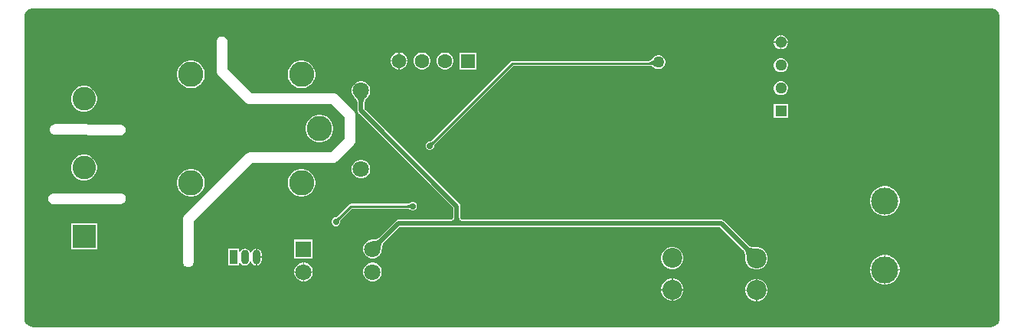
<source format=gbl>
G04*
G04 #@! TF.GenerationSoftware,Altium Limited,Altium Designer,24.1.2 (44)*
G04*
G04 Layer_Physical_Order=2*
G04 Layer_Color=16711680*
%FSLAX44Y44*%
%MOMM*%
G71*
G04*
G04 #@! TF.SameCoordinates,EDD2AC52-9795-4AC2-B1AA-E3E4142349E3*
G04*
G04*
G04 #@! TF.FilePolarity,Positive*
G04*
G01*
G75*
%ADD11C,0.2540*%
%ADD51C,0.5080*%
%ADD52C,3.0000*%
%ADD53C,1.8000*%
%ADD54R,1.8000X1.8000*%
%ADD55R,1.2954X1.2954*%
%ADD56C,1.2954*%
%ADD57R,1.6000X1.6000*%
%ADD58C,1.6000*%
%ADD59C,2.2000*%
%ADD60R,2.6000X2.6000*%
%ADD61C,2.6000*%
%ADD62C,2.7940*%
%ADD63O,0.9000X1.6000*%
%ADD64R,0.9000X1.6000*%
%ADD65C,0.7000*%
%ADD66C,1.2700*%
G36*
X1073229Y-2925D02*
X1075670Y-3936D01*
X1077766Y-5544D01*
X1079374Y-7640D01*
X1080385Y-10081D01*
X1080726Y-12672D01*
X1080720Y-12700D01*
Y-345440D01*
X1080726Y-345468D01*
X1080385Y-348059D01*
X1079374Y-350500D01*
X1077766Y-352596D01*
X1075670Y-354204D01*
X1073229Y-355215D01*
X1070638Y-355556D01*
X1070610Y-355550D01*
X12700D01*
X12672Y-355556D01*
X10081Y-355215D01*
X7640Y-354204D01*
X5544Y-352596D01*
X3936Y-350500D01*
X2925Y-348059D01*
X2584Y-345468D01*
X2590Y-345440D01*
Y-12700D01*
X2584Y-12672D01*
X2925Y-10081D01*
X3936Y-7640D01*
X5544Y-5544D01*
X7640Y-3936D01*
X10081Y-2925D01*
X12672Y-2584D01*
X12700Y-2590D01*
X1070610D01*
X1070638Y-2584D01*
X1073229Y-2925D01*
D02*
G37*
%LPC*%
G36*
X839945Y-32522D02*
X839560D01*
Y-39634D01*
X846672D01*
Y-39249D01*
X846144Y-37278D01*
X845124Y-35512D01*
X843681Y-34070D01*
X841915Y-33050D01*
X839945Y-32522D01*
D02*
G37*
G36*
X838290D02*
X837905D01*
X835935Y-33050D01*
X834168Y-34070D01*
X832726Y-35512D01*
X831706Y-37278D01*
X831178Y-39249D01*
Y-39634D01*
X838290D01*
Y-32522D01*
D02*
G37*
G36*
X846672Y-40904D02*
X839560D01*
Y-48016D01*
X839945D01*
X841915Y-47488D01*
X843681Y-46468D01*
X845124Y-45026D01*
X846144Y-43259D01*
X846672Y-41289D01*
Y-40904D01*
D02*
G37*
G36*
X838290D02*
X831178D01*
Y-41289D01*
X831706Y-43259D01*
X832726Y-45026D01*
X834168Y-46468D01*
X835935Y-47488D01*
X837905Y-48016D01*
X838290D01*
Y-40904D01*
D02*
G37*
G36*
X417780Y-51690D02*
X417195D01*
Y-60325D01*
X425830D01*
Y-59740D01*
X425198Y-57382D01*
X423978Y-55268D01*
X422252Y-53542D01*
X420138Y-52322D01*
X417780Y-51690D01*
D02*
G37*
G36*
X415925D02*
X415340D01*
X412982Y-52322D01*
X410868Y-53542D01*
X409142Y-55268D01*
X407922Y-57382D01*
X407290Y-59740D01*
Y-60325D01*
X415925D01*
Y-51690D01*
D02*
G37*
G36*
X704583Y-54610D02*
X702577D01*
X700639Y-55129D01*
X698901Y-56132D01*
X697483Y-57551D01*
X697285Y-57893D01*
X697114Y-58004D01*
X696688Y-58625D01*
X696286Y-59140D01*
X695890Y-59582D01*
X695503Y-59949D01*
X695127Y-60247D01*
X694766Y-60477D01*
X694418Y-60648D01*
X694082Y-60763D01*
X693752Y-60830D01*
X693328Y-60858D01*
X693238Y-60903D01*
X693139Y-60884D01*
X693101Y-60910D01*
X542290D01*
X541299Y-61107D01*
X540459Y-61669D01*
X452928Y-149200D01*
X452806Y-149245D01*
X452597Y-149440D01*
X452424Y-149579D01*
X452249Y-149698D01*
X452075Y-149798D01*
X451897Y-149881D01*
X451715Y-149948D01*
X451527Y-150000D01*
X451329Y-150037D01*
X451120Y-150059D01*
X450847Y-150066D01*
X450615Y-150170D01*
X449901D01*
X448148Y-150896D01*
X446806Y-152238D01*
X446080Y-153991D01*
Y-155889D01*
X446806Y-157642D01*
X448148Y-158984D01*
X449901Y-159710D01*
X451799D01*
X453552Y-158984D01*
X454894Y-157642D01*
X455620Y-155889D01*
Y-155175D01*
X455724Y-154943D01*
X455731Y-154670D01*
X455753Y-154461D01*
X455790Y-154263D01*
X455842Y-154075D01*
X455909Y-153893D01*
X455992Y-153715D01*
X456092Y-153540D01*
X456211Y-153366D01*
X456350Y-153193D01*
X456545Y-152984D01*
X456590Y-152862D01*
X543363Y-66090D01*
X693757D01*
X693863Y-66142D01*
X694217Y-66164D01*
X694551Y-66223D01*
X694931Y-66324D01*
X695949Y-66715D01*
X696478Y-66967D01*
X698517Y-68145D01*
X699270Y-68641D01*
X699529Y-68690D01*
X700639Y-69331D01*
X702577Y-69850D01*
X704583D01*
X706521Y-69331D01*
X708259Y-68327D01*
X709678Y-66909D01*
X710681Y-65171D01*
X711200Y-63233D01*
Y-61227D01*
X710681Y-59289D01*
X709678Y-57551D01*
X708259Y-56132D01*
X706521Y-55129D01*
X704583Y-54610D01*
D02*
G37*
G36*
X502030Y-51690D02*
X483490D01*
Y-70230D01*
X502030D01*
Y-51690D01*
D02*
G37*
G36*
X468580D02*
X466140D01*
X463782Y-52322D01*
X461668Y-53542D01*
X459942Y-55268D01*
X458722Y-57382D01*
X458090Y-59740D01*
Y-62180D01*
X458722Y-64538D01*
X459942Y-66652D01*
X461668Y-68378D01*
X463782Y-69598D01*
X466140Y-70230D01*
X468580D01*
X470938Y-69598D01*
X473052Y-68378D01*
X474778Y-66652D01*
X475998Y-64538D01*
X476630Y-62180D01*
Y-59740D01*
X475998Y-57382D01*
X474778Y-55268D01*
X473052Y-53542D01*
X470938Y-52322D01*
X468580Y-51690D01*
D02*
G37*
G36*
X443180D02*
X440740D01*
X438382Y-52322D01*
X436268Y-53542D01*
X434542Y-55268D01*
X433322Y-57382D01*
X432690Y-59740D01*
Y-62180D01*
X433322Y-64538D01*
X434542Y-66652D01*
X436268Y-68378D01*
X438382Y-69598D01*
X440740Y-70230D01*
X443180D01*
X445538Y-69598D01*
X447652Y-68378D01*
X449378Y-66652D01*
X450598Y-64538D01*
X451230Y-62180D01*
Y-59740D01*
X450598Y-57382D01*
X449378Y-55268D01*
X447652Y-53542D01*
X445538Y-52322D01*
X443180Y-51690D01*
D02*
G37*
G36*
X425830Y-61595D02*
X417195D01*
Y-70230D01*
X417780D01*
X420138Y-69598D01*
X422252Y-68378D01*
X423978Y-66652D01*
X425198Y-64538D01*
X425830Y-62180D01*
Y-61595D01*
D02*
G37*
G36*
X415925D02*
X407290D01*
Y-62180D01*
X407922Y-64538D01*
X409142Y-66652D01*
X410868Y-68378D01*
X412982Y-69598D01*
X415340Y-70230D01*
X415925D01*
Y-61595D01*
D02*
G37*
G36*
X839945Y-57922D02*
X837905D01*
X835935Y-58450D01*
X834168Y-59470D01*
X832726Y-60912D01*
X831706Y-62678D01*
X831178Y-64649D01*
Y-66689D01*
X831706Y-68659D01*
X832726Y-70426D01*
X834168Y-71868D01*
X835935Y-72888D01*
X837905Y-73416D01*
X839945D01*
X841915Y-72888D01*
X843681Y-71868D01*
X845124Y-70426D01*
X846144Y-68659D01*
X846672Y-66689D01*
Y-64649D01*
X846144Y-62678D01*
X845124Y-60912D01*
X843681Y-59470D01*
X841915Y-58450D01*
X839945Y-57922D01*
D02*
G37*
G36*
X310311Y-60650D02*
X307309D01*
X304364Y-61236D01*
X301591Y-62385D01*
X299095Y-64052D01*
X296972Y-66175D01*
X295304Y-68671D01*
X294156Y-71445D01*
X293570Y-74389D01*
Y-77391D01*
X294156Y-80336D01*
X295304Y-83109D01*
X296972Y-85605D01*
X299095Y-87728D01*
X301591Y-89396D01*
X304364Y-90544D01*
X307309Y-91130D01*
X310311D01*
X313255Y-90544D01*
X316029Y-89396D01*
X318525Y-87728D01*
X320648Y-85605D01*
X322315Y-83109D01*
X323464Y-80336D01*
X324050Y-77391D01*
Y-74389D01*
X323464Y-71445D01*
X322315Y-68671D01*
X320648Y-66175D01*
X318525Y-64052D01*
X316029Y-62385D01*
X313255Y-61236D01*
X310311Y-60650D01*
D02*
G37*
G36*
X188312Y-60655D02*
X185310D01*
X182365Y-61241D01*
X179592Y-62390D01*
X177096Y-64057D01*
X174973Y-66180D01*
X173305Y-68676D01*
X172156Y-71450D01*
X171571Y-74394D01*
Y-77396D01*
X172156Y-80341D01*
X173305Y-83114D01*
X174973Y-85610D01*
X177096Y-87733D01*
X179592Y-89401D01*
X182365Y-90549D01*
X185310Y-91135D01*
X188312D01*
X191256Y-90549D01*
X194030Y-89401D01*
X196526Y-87733D01*
X198648Y-85610D01*
X200316Y-83114D01*
X201465Y-80341D01*
X202051Y-77396D01*
Y-74394D01*
X201465Y-71450D01*
X200316Y-68676D01*
X198648Y-66180D01*
X196526Y-64057D01*
X194030Y-62390D01*
X191256Y-61241D01*
X188312Y-60655D01*
D02*
G37*
G36*
X839945Y-83322D02*
X837905D01*
X835935Y-83850D01*
X834168Y-84870D01*
X832726Y-86312D01*
X831706Y-88078D01*
X831178Y-90049D01*
Y-92089D01*
X831706Y-94059D01*
X832726Y-95826D01*
X834168Y-97268D01*
X835935Y-98288D01*
X837905Y-98816D01*
X839945D01*
X841915Y-98288D01*
X843681Y-97268D01*
X845124Y-95826D01*
X846144Y-94059D01*
X846672Y-92089D01*
Y-90049D01*
X846144Y-88078D01*
X845124Y-86312D01*
X843681Y-84870D01*
X841915Y-83850D01*
X839945Y-83322D01*
D02*
G37*
G36*
X70459Y-88600D02*
X66701D01*
X63072Y-89572D01*
X59818Y-91451D01*
X57161Y-94108D01*
X55283Y-97362D01*
X54310Y-100991D01*
Y-104749D01*
X55283Y-108378D01*
X57161Y-111632D01*
X59818Y-114289D01*
X63072Y-116167D01*
X66701Y-117140D01*
X70459D01*
X74088Y-116167D01*
X77342Y-114289D01*
X79999Y-111632D01*
X81877Y-108378D01*
X82850Y-104749D01*
Y-100991D01*
X81877Y-97362D01*
X79999Y-94108D01*
X77342Y-91451D01*
X74088Y-89572D01*
X70459Y-88600D01*
D02*
G37*
G36*
X846672Y-108722D02*
X831178D01*
Y-124216D01*
X846672D01*
Y-108722D01*
D02*
G37*
G36*
X35859Y-131048D02*
X35077Y-131198D01*
X33672Y-131768D01*
X33007Y-132206D01*
X33007Y-132206D01*
X31927Y-133271D01*
X31927Y-133271D01*
X31480Y-133929D01*
X30889Y-135327D01*
X30728Y-136106D01*
X30718Y-137623D01*
X30868Y-138405D01*
X31438Y-139810D01*
X31876Y-140475D01*
X31876Y-140475D01*
X32941Y-141556D01*
X32941Y-141556D01*
X33599Y-142002D01*
X34997Y-142593D01*
X35776Y-142753D01*
X36535Y-142759D01*
X36535Y-142759D01*
X108417Y-143267D01*
X109179Y-143272D01*
X109180Y-143272D01*
X109182Y-143272D01*
X109570Y-143197D01*
X109960Y-143123D01*
X109962Y-143122D01*
X109964Y-143121D01*
X111375Y-142545D01*
X111376Y-142544D01*
X111378Y-142544D01*
X111711Y-142323D01*
X112039Y-142107D01*
X112040Y-142105D01*
X112041Y-142104D01*
X113123Y-141030D01*
X113124Y-141029D01*
X113125Y-141028D01*
X113346Y-140698D01*
X113567Y-140370D01*
X113568Y-140368D01*
X113569Y-140367D01*
X114154Y-138960D01*
X114155Y-138958D01*
X114156Y-138956D01*
X114234Y-138565D01*
X114311Y-138180D01*
X114311Y-138178D01*
X114311Y-138176D01*
Y-136659D01*
X114234Y-136273D01*
X114157Y-135882D01*
X113582Y-134486D01*
X113356Y-134147D01*
X113143Y-133826D01*
X113141Y-133823D01*
X113141Y-133823D01*
X113141Y-133823D01*
X112079Y-132754D01*
X111747Y-132530D01*
X111423Y-132311D01*
X110030Y-131726D01*
X109637Y-131645D01*
X109254Y-131566D01*
X108499Y-131561D01*
X36617Y-131053D01*
X35859Y-131048D01*
D02*
G37*
G36*
X330311Y-120650D02*
X327309D01*
X324365Y-121236D01*
X321591Y-122385D01*
X319095Y-124052D01*
X316972Y-126175D01*
X315305Y-128671D01*
X314156Y-131445D01*
X313570Y-134389D01*
Y-137391D01*
X314156Y-140335D01*
X315305Y-143109D01*
X316972Y-145605D01*
X319095Y-147728D01*
X321591Y-149396D01*
X324365Y-150544D01*
X327309Y-151130D01*
X330311D01*
X333256Y-150544D01*
X336029Y-149396D01*
X338525Y-147728D01*
X340648Y-145605D01*
X342316Y-143109D01*
X343464Y-140335D01*
X344050Y-137391D01*
Y-134389D01*
X343464Y-131445D01*
X342316Y-128671D01*
X340648Y-126175D01*
X338525Y-124052D01*
X336029Y-122385D01*
X333256Y-121236D01*
X330311Y-120650D01*
D02*
G37*
G36*
X376002Y-170391D02*
X373298D01*
X370686Y-171090D01*
X368344Y-172442D01*
X366432Y-174355D01*
X365080Y-176696D01*
X364380Y-179308D01*
Y-182013D01*
X365080Y-184625D01*
X366432Y-186966D01*
X368344Y-188879D01*
X370686Y-190231D01*
X373298Y-190931D01*
X376002D01*
X378614Y-190231D01*
X380956Y-188879D01*
X382868Y-186966D01*
X384220Y-184625D01*
X384920Y-182013D01*
Y-179308D01*
X384220Y-176696D01*
X382868Y-174355D01*
X380956Y-172442D01*
X378614Y-171090D01*
X376002Y-170391D01*
D02*
G37*
G36*
X70459Y-164800D02*
X66701D01*
X63072Y-165772D01*
X59818Y-167651D01*
X57161Y-170308D01*
X55283Y-173562D01*
X54310Y-177191D01*
Y-180949D01*
X55283Y-184578D01*
X57161Y-187832D01*
X59818Y-190489D01*
X63072Y-192367D01*
X66701Y-193340D01*
X70459D01*
X74088Y-192367D01*
X77342Y-190489D01*
X79999Y-187832D01*
X81877Y-184578D01*
X82850Y-180949D01*
Y-177191D01*
X81877Y-173562D01*
X79999Y-170308D01*
X77342Y-167651D01*
X74088Y-165772D01*
X70459Y-164800D01*
D02*
G37*
G36*
X109708Y-207504D02*
X109707Y-207505D01*
X109706Y-207504D01*
X108946Y-207507D01*
X35032Y-207761D01*
X34273Y-207764D01*
X33493Y-207922D01*
X32094Y-208507D01*
X31434Y-208951D01*
X30365Y-210028D01*
X30364Y-210028D01*
X29925Y-210691D01*
X29349Y-212095D01*
X29196Y-212875D01*
X29202Y-214393D01*
X29360Y-215173D01*
X29945Y-216572D01*
X30389Y-217232D01*
X31466Y-218301D01*
X31466Y-218302D01*
X32129Y-218741D01*
X33533Y-219317D01*
X34313Y-219470D01*
X35072Y-219467D01*
X108986Y-219213D01*
X108986Y-219213D01*
X109743Y-219210D01*
X110122Y-219133D01*
X110521Y-219053D01*
X111918Y-218470D01*
X112253Y-218245D01*
X112577Y-218028D01*
X113646Y-216955D01*
X113869Y-216621D01*
X114086Y-216295D01*
X114664Y-214896D01*
X114742Y-214506D01*
X114819Y-214117D01*
Y-212600D01*
X114819Y-212599D01*
X114819Y-212598D01*
X114743Y-212215D01*
X114664Y-211819D01*
X114663Y-211819D01*
X114663Y-211818D01*
X114080Y-210413D01*
X114080Y-210413D01*
X114079Y-210412D01*
X113858Y-210082D01*
X113637Y-209752D01*
X113637Y-209752D01*
X113636Y-209751D01*
X112559Y-208678D01*
X112558Y-208677D01*
X112558Y-208676D01*
X112229Y-208458D01*
X111897Y-208237D01*
X111896Y-208236D01*
X111895Y-208236D01*
X110489Y-207658D01*
X110488Y-207658D01*
X110487Y-207657D01*
X110096Y-207581D01*
X109708Y-207504D01*
D02*
G37*
G36*
X188311Y-180645D02*
X185309D01*
X182365Y-181231D01*
X179591Y-182379D01*
X177095Y-184047D01*
X174972Y-186170D01*
X173304Y-188666D01*
X172156Y-191439D01*
X171570Y-194384D01*
Y-197386D01*
X172156Y-200330D01*
X173304Y-203104D01*
X174972Y-205600D01*
X177095Y-207722D01*
X179591Y-209390D01*
X182365Y-210539D01*
X185309Y-211125D01*
X188311D01*
X191255Y-210539D01*
X194029Y-209390D01*
X196525Y-207722D01*
X198648Y-205600D01*
X200315Y-203104D01*
X201464Y-200330D01*
X202050Y-197386D01*
Y-194384D01*
X201464Y-191439D01*
X200315Y-188666D01*
X198648Y-186170D01*
X196525Y-184047D01*
X194029Y-182379D01*
X191255Y-181231D01*
X188311Y-180645D01*
D02*
G37*
G36*
X310311Y-180650D02*
X307309D01*
X304364Y-181236D01*
X301591Y-182384D01*
X299095Y-184052D01*
X296972Y-186175D01*
X295304Y-188671D01*
X294156Y-191444D01*
X293570Y-194389D01*
Y-197391D01*
X294156Y-200335D01*
X295304Y-203109D01*
X296972Y-205605D01*
X299095Y-207728D01*
X301591Y-209395D01*
X304364Y-210544D01*
X307309Y-211130D01*
X310311D01*
X313255Y-210544D01*
X316029Y-209395D01*
X318525Y-207728D01*
X320648Y-205605D01*
X322315Y-203109D01*
X323464Y-200335D01*
X324050Y-197391D01*
Y-194389D01*
X323464Y-191444D01*
X322315Y-188671D01*
X320648Y-186175D01*
X318525Y-184052D01*
X316029Y-182384D01*
X313255Y-181236D01*
X310311Y-180650D01*
D02*
G37*
G36*
X432749Y-216972D02*
X430851D01*
X429098Y-217698D01*
X428594Y-218203D01*
X428355Y-218294D01*
X428157Y-218481D01*
X427994Y-218613D01*
X427828Y-218727D01*
X427658Y-218824D01*
X427482Y-218905D01*
X427298Y-218972D01*
X427104Y-219025D01*
X426897Y-219064D01*
X426676Y-219088D01*
X426390Y-219098D01*
X426272Y-219152D01*
X363728D01*
X362737Y-219349D01*
X361897Y-219911D01*
X348670Y-233138D01*
X348547Y-233184D01*
X348338Y-233380D01*
X348158Y-233528D01*
X347975Y-233658D01*
X347787Y-233773D01*
X347595Y-233872D01*
X347397Y-233957D01*
X347190Y-234028D01*
X346975Y-234086D01*
X346749Y-234130D01*
X346468Y-234165D01*
X346329Y-234244D01*
X346015D01*
X344262Y-234970D01*
X342920Y-236312D01*
X342194Y-238065D01*
Y-239963D01*
X342920Y-241716D01*
X344262Y-243058D01*
X346015Y-243784D01*
X347913D01*
X349666Y-243058D01*
X351008Y-241716D01*
X351734Y-239963D01*
Y-238760D01*
X351813Y-238523D01*
X351795Y-238265D01*
X351798Y-238079D01*
X351818Y-237905D01*
X351852Y-237739D01*
X351903Y-237578D01*
X351970Y-237419D01*
X352056Y-237258D01*
X352164Y-237095D01*
X352297Y-236927D01*
X352490Y-236718D01*
X352509Y-236668D01*
X352556Y-236642D01*
X352583Y-236550D01*
X364801Y-224332D01*
X426272D01*
X426390Y-224386D01*
X426676Y-224396D01*
X426897Y-224420D01*
X427104Y-224459D01*
X427298Y-224512D01*
X427482Y-224579D01*
X427658Y-224660D01*
X427828Y-224757D01*
X427994Y-224870D01*
X428157Y-225003D01*
X428355Y-225190D01*
X428594Y-225281D01*
X429098Y-225786D01*
X430851Y-226512D01*
X432749D01*
X434502Y-225786D01*
X435844Y-224444D01*
X436570Y-222691D01*
Y-220793D01*
X435844Y-219040D01*
X434502Y-217698D01*
X432749Y-216972D01*
D02*
G37*
G36*
X955372Y-199630D02*
X952168D01*
X949024Y-200255D01*
X946063Y-201482D01*
X943399Y-203262D01*
X941132Y-205529D01*
X939352Y-208193D01*
X938125Y-211154D01*
X937500Y-214298D01*
Y-217502D01*
X938125Y-220646D01*
X939352Y-223607D01*
X941132Y-226271D01*
X943399Y-228538D01*
X946063Y-230318D01*
X949024Y-231545D01*
X952168Y-232170D01*
X955372D01*
X958516Y-231545D01*
X961477Y-230318D01*
X964141Y-228538D01*
X966408Y-226271D01*
X968188Y-223607D01*
X969415Y-220646D01*
X970040Y-217502D01*
Y-214298D01*
X969415Y-211154D01*
X968188Y-208193D01*
X966408Y-205529D01*
X964141Y-203262D01*
X961477Y-201482D01*
X958516Y-200255D01*
X955372Y-199630D01*
D02*
G37*
G36*
X376002Y-83390D02*
X373298D01*
X370686Y-84089D01*
X368344Y-85441D01*
X366432Y-87353D01*
X365080Y-89695D01*
X364380Y-92307D01*
Y-95012D01*
X365080Y-97624D01*
X366432Y-99965D01*
X367266Y-100799D01*
X367361Y-101042D01*
X368048Y-101752D01*
X368632Y-102433D01*
X369141Y-103108D01*
X369575Y-103777D01*
X369936Y-104440D01*
X370228Y-105097D01*
X370451Y-105748D01*
X370609Y-106396D01*
X370703Y-107044D01*
X370737Y-107760D01*
X370765Y-107820D01*
Y-115824D01*
X371061Y-117311D01*
X371903Y-118571D01*
X476683Y-223351D01*
Y-233041D01*
X476655Y-233100D01*
X476609Y-233981D01*
X476489Y-234662D01*
X476304Y-235215D01*
X476068Y-235655D01*
X475781Y-236005D01*
X475431Y-236292D01*
X474992Y-236528D01*
X474438Y-236713D01*
X473757Y-236833D01*
X472876Y-236879D01*
X472817Y-236907D01*
X472695D01*
X472678Y-236904D01*
X472673Y-236907D01*
X415798D01*
X414311Y-237203D01*
X413051Y-238045D01*
X394616Y-256480D01*
X394553Y-256503D01*
X394023Y-256985D01*
X393499Y-257376D01*
X392929Y-257723D01*
X392310Y-258025D01*
X391640Y-258284D01*
X390915Y-258497D01*
X390135Y-258663D01*
X389298Y-258781D01*
X388404Y-258849D01*
X387416Y-258866D01*
X387177Y-258970D01*
X385998D01*
X383386Y-259670D01*
X381044Y-261022D01*
X379132Y-262934D01*
X377780Y-265276D01*
X377080Y-267888D01*
Y-270592D01*
X377780Y-273204D01*
X379132Y-275546D01*
X381044Y-277458D01*
X383386Y-278810D01*
X385998Y-279510D01*
X388702D01*
X391314Y-278810D01*
X393656Y-277458D01*
X395568Y-275546D01*
X396920Y-273204D01*
X397620Y-270592D01*
Y-269413D01*
X397724Y-269174D01*
X397741Y-268186D01*
X397809Y-267292D01*
X397927Y-266455D01*
X398093Y-265675D01*
X398306Y-264950D01*
X398565Y-264280D01*
X398867Y-263661D01*
X399214Y-263091D01*
X399605Y-262567D01*
X400087Y-262037D01*
X400110Y-261974D01*
X417407Y-244677D01*
X480294D01*
X480298Y-244680D01*
X480315Y-244677D01*
X480821D01*
X480838Y-244680D01*
X480843Y-244677D01*
X771534D01*
X796952Y-270094D01*
X796973Y-270154D01*
X797510Y-270758D01*
X797949Y-271381D01*
X798344Y-272086D01*
X798691Y-272880D01*
X798990Y-273764D01*
X799236Y-274739D01*
X799425Y-275787D01*
X799640Y-278234D01*
X799657Y-279586D01*
X799761Y-279829D01*
Y-281295D01*
X800597Y-284415D01*
X802212Y-287213D01*
X804497Y-289498D01*
X807295Y-291113D01*
X810415Y-291949D01*
X813646D01*
X816767Y-291113D01*
X819565Y-289498D01*
X821849Y-287213D01*
X823464Y-284415D01*
X824301Y-281295D01*
Y-278064D01*
X823464Y-274943D01*
X821849Y-272146D01*
X819565Y-269861D01*
X816767Y-268246D01*
X813646Y-267409D01*
X812180D01*
X811938Y-267305D01*
X810567Y-267288D01*
X809317Y-267212D01*
X808158Y-267077D01*
X807090Y-266885D01*
X806115Y-266639D01*
X805231Y-266340D01*
X804437Y-265992D01*
X803732Y-265598D01*
X803110Y-265159D01*
X802506Y-264622D01*
X802446Y-264601D01*
X775890Y-238045D01*
X774630Y-237203D01*
X773143Y-236907D01*
X488463D01*
X488458Y-236904D01*
X488441Y-236907D01*
X488319D01*
X488260Y-236879D01*
X487379Y-236833D01*
X486698Y-236713D01*
X486144Y-236528D01*
X485705Y-236292D01*
X485355Y-236005D01*
X485068Y-235655D01*
X484832Y-235216D01*
X484647Y-234662D01*
X484527Y-233981D01*
X484481Y-233100D01*
X484453Y-233041D01*
Y-221742D01*
X484157Y-220255D01*
X483315Y-218995D01*
X378535Y-114215D01*
Y-107820D01*
X378563Y-107760D01*
X378597Y-107044D01*
X378691Y-106396D01*
X378849Y-105748D01*
X379072Y-105097D01*
X379364Y-104440D01*
X379725Y-103777D01*
X380160Y-103108D01*
X380668Y-102433D01*
X381252Y-101752D01*
X381939Y-101042D01*
X382034Y-100799D01*
X382868Y-99965D01*
X384220Y-97624D01*
X384920Y-95012D01*
Y-92307D01*
X384220Y-89695D01*
X382868Y-87353D01*
X380956Y-85441D01*
X378614Y-84089D01*
X376002Y-83390D01*
D02*
G37*
G36*
X82850Y-241000D02*
X54310D01*
Y-269540D01*
X82850D01*
Y-241000D01*
D02*
G37*
G36*
X246380Y-268747D02*
X244129Y-269195D01*
X242220Y-270470D01*
X240945Y-272379D01*
X240720Y-273509D01*
X239450Y-273384D01*
Y-268860D01*
X227910D01*
Y-276381D01*
X227680Y-276936D01*
Y-279324D01*
X227910Y-279879D01*
Y-287400D01*
X239450D01*
Y-282876D01*
X240720Y-282751D01*
X240945Y-283881D01*
X242220Y-285790D01*
X244129Y-287065D01*
X246380Y-287513D01*
X248631Y-287065D01*
X250540Y-285790D01*
X251815Y-283881D01*
X252083Y-282537D01*
X253377D01*
X253645Y-283881D01*
X254920Y-285790D01*
X256829Y-287065D01*
X258445Y-287387D01*
Y-278130D01*
Y-268873D01*
X256829Y-269195D01*
X254920Y-270470D01*
X253645Y-272379D01*
X253377Y-273723D01*
X252083D01*
X251815Y-272379D01*
X250540Y-270470D01*
X248631Y-269195D01*
X246380Y-268747D01*
D02*
G37*
G36*
X259715Y-268873D02*
Y-277495D01*
X264963D01*
Y-274630D01*
X264515Y-272379D01*
X263240Y-270470D01*
X261331Y-269195D01*
X259715Y-268873D01*
D02*
G37*
G36*
X321420Y-258970D02*
X300880D01*
Y-279510D01*
X321420D01*
Y-258970D01*
D02*
G37*
G36*
X264963Y-278765D02*
X259715D01*
Y-287387D01*
X261331Y-287065D01*
X263240Y-285790D01*
X264515Y-283881D01*
X264963Y-281630D01*
Y-278765D01*
D02*
G37*
G36*
X221739Y-33771D02*
X220221D01*
X219441Y-33926D01*
X218039Y-34507D01*
X217378Y-34949D01*
X217378Y-34949D01*
X216305Y-36022D01*
X215863Y-36683D01*
X215282Y-38085D01*
X215127Y-38865D01*
Y-72766D01*
X215166Y-72964D01*
X215166Y-73165D01*
X215313Y-73903D01*
X215390Y-74089D01*
X215430Y-74286D01*
X215718Y-74981D01*
X215830Y-75148D01*
X215907Y-75334D01*
X216326Y-75959D01*
X216468Y-76101D01*
X216580Y-76268D01*
X216845Y-76532D01*
X216845Y-76532D01*
X216845Y-76532D01*
X247316Y-107003D01*
X247582Y-107270D01*
X247749Y-107382D01*
X247891Y-107524D01*
X248516Y-107943D01*
X248702Y-108020D01*
X248869Y-108132D01*
X249564Y-108420D01*
X249762Y-108460D01*
X249947Y-108537D01*
X250685Y-108684D01*
X250886Y-108684D01*
X251084Y-108723D01*
X342508D01*
X356859Y-123074D01*
Y-146674D01*
X341238Y-162295D01*
X251592D01*
X251394Y-162334D01*
X251193Y-162334D01*
X250455Y-162481D01*
X250270Y-162558D01*
X250072Y-162598D01*
X249377Y-162886D01*
X249210Y-162998D01*
X249024Y-163075D01*
X248399Y-163494D01*
X248257Y-163636D01*
X248090Y-163748D01*
X247824Y-164015D01*
X179507Y-232332D01*
X179507Y-232332D01*
X179242Y-232596D01*
X179130Y-232763D01*
X178988Y-232905D01*
X178569Y-233530D01*
X178492Y-233716D01*
X178380Y-233883D01*
X178092Y-234578D01*
X178052Y-234776D01*
X177975Y-234961D01*
X177828Y-235699D01*
X177828Y-235900D01*
X177789Y-236098D01*
Y-284223D01*
X177944Y-285003D01*
X178525Y-286405D01*
X178967Y-287066D01*
X178967Y-287066D01*
X180040Y-288139D01*
X180701Y-288581D01*
X182103Y-289162D01*
X182883Y-289317D01*
X184401D01*
X185181Y-289162D01*
X186583Y-288581D01*
X187244Y-288139D01*
X187244Y-288139D01*
X188317Y-287066D01*
X188759Y-286405D01*
X189340Y-285003D01*
X189495Y-284223D01*
Y-238898D01*
X254392Y-174001D01*
X344038D01*
X344235Y-173962D01*
X344437Y-173962D01*
X345175Y-173815D01*
X345360Y-173738D01*
X345558Y-173698D01*
X346253Y-173410D01*
X346420Y-173298D01*
X346606Y-173221D01*
X347231Y-172802D01*
X347373Y-172660D01*
X347540Y-172548D01*
X347804Y-172283D01*
X347804Y-172283D01*
X366847Y-153240D01*
X366847Y-153240D01*
X367112Y-152976D01*
X367224Y-152809D01*
X367366Y-152667D01*
X367785Y-152042D01*
X367862Y-151856D01*
X367974Y-151689D01*
X368262Y-150994D01*
X368302Y-150796D01*
X368379Y-150611D01*
X368526Y-149873D01*
X368526Y-149672D01*
X368565Y-149474D01*
Y-120274D01*
X368526Y-120076D01*
X368526Y-119875D01*
X368379Y-119137D01*
X368302Y-118952D01*
X368262Y-118754D01*
X367974Y-118059D01*
X367862Y-117892D01*
X367785Y-117706D01*
X367366Y-117081D01*
X367224Y-116939D01*
X367112Y-116772D01*
X366847Y-116508D01*
X366847Y-116508D01*
X366847Y-116508D01*
X349071Y-98731D01*
X349071Y-98731D01*
X348810Y-98470D01*
X348643Y-98358D01*
X348501Y-98216D01*
X347876Y-97797D01*
X347690Y-97720D01*
X347523Y-97608D01*
X346828Y-97320D01*
X346631Y-97280D01*
X346445Y-97203D01*
X345707Y-97056D01*
X345506Y-97056D01*
X345308Y-97017D01*
X253884D01*
X226833Y-69966D01*
Y-38865D01*
X226678Y-38085D01*
X226097Y-36683D01*
X225655Y-36022D01*
X225655Y-36022D01*
X224582Y-34949D01*
X223921Y-34507D01*
X222519Y-33926D01*
X221739Y-33771D01*
D02*
G37*
G36*
X955372Y-275830D02*
X954405D01*
Y-291465D01*
X970040D01*
Y-290498D01*
X969415Y-287354D01*
X968188Y-284393D01*
X966408Y-281728D01*
X964141Y-279462D01*
X961477Y-277682D01*
X958516Y-276455D01*
X955372Y-275830D01*
D02*
G37*
G36*
X953135D02*
X952168D01*
X949024Y-276455D01*
X946063Y-277682D01*
X943399Y-279462D01*
X941132Y-281728D01*
X939352Y-284393D01*
X938125Y-287354D01*
X937500Y-290498D01*
Y-291465D01*
X953135D01*
Y-275830D01*
D02*
G37*
G36*
X720435Y-267023D02*
X717205D01*
X714084Y-267859D01*
X711286Y-269474D01*
X709002Y-271759D01*
X707386Y-274557D01*
X706550Y-277677D01*
Y-280908D01*
X707386Y-284029D01*
X709002Y-286827D01*
X711286Y-289111D01*
X714084Y-290726D01*
X717205Y-291563D01*
X720435D01*
X723556Y-290726D01*
X726354Y-289111D01*
X728638Y-286827D01*
X730254Y-284029D01*
X731090Y-280908D01*
Y-277677D01*
X730254Y-274557D01*
X728638Y-271759D01*
X726354Y-269474D01*
X723556Y-267859D01*
X720435Y-267023D01*
D02*
G37*
G36*
X312502Y-284370D02*
X311785D01*
Y-294005D01*
X321420D01*
Y-293288D01*
X320720Y-290676D01*
X319368Y-288334D01*
X317456Y-286422D01*
X315114Y-285070D01*
X312502Y-284370D01*
D02*
G37*
G36*
X310515D02*
X309798D01*
X307186Y-285070D01*
X304844Y-286422D01*
X302932Y-288334D01*
X301580Y-290676D01*
X300880Y-293288D01*
Y-294005D01*
X310515D01*
Y-284370D01*
D02*
G37*
G36*
X388702D02*
X385998D01*
X383386Y-285070D01*
X381044Y-286422D01*
X379132Y-288334D01*
X377780Y-290676D01*
X377080Y-293288D01*
Y-295992D01*
X377780Y-298604D01*
X379132Y-300946D01*
X381044Y-302858D01*
X383386Y-304210D01*
X385998Y-304910D01*
X388702D01*
X391314Y-304210D01*
X393656Y-302858D01*
X395568Y-300946D01*
X396920Y-298604D01*
X397620Y-295992D01*
Y-293288D01*
X396920Y-290676D01*
X395568Y-288334D01*
X393656Y-286422D01*
X391314Y-285070D01*
X388702Y-284370D01*
D02*
G37*
G36*
X321420Y-295275D02*
X311785D01*
Y-304910D01*
X312502D01*
X315114Y-304210D01*
X317456Y-302858D01*
X319368Y-300946D01*
X320720Y-298604D01*
X321420Y-295992D01*
Y-295275D01*
D02*
G37*
G36*
X310515D02*
X300880D01*
Y-295992D01*
X301580Y-298604D01*
X302932Y-300946D01*
X304844Y-302858D01*
X307186Y-304210D01*
X309798Y-304910D01*
X310515D01*
Y-295275D01*
D02*
G37*
G36*
X970040Y-292735D02*
X954405D01*
Y-308370D01*
X955372D01*
X958516Y-307745D01*
X961477Y-306518D01*
X964141Y-304738D01*
X966408Y-302472D01*
X968188Y-299807D01*
X969415Y-296846D01*
X970040Y-293703D01*
Y-292735D01*
D02*
G37*
G36*
X953135D02*
X937500D01*
Y-293703D01*
X938125Y-296846D01*
X939352Y-299807D01*
X941132Y-302472D01*
X943399Y-304738D01*
X946063Y-306518D01*
X949024Y-307745D01*
X952168Y-308370D01*
X953135D01*
Y-292735D01*
D02*
G37*
G36*
X720435Y-302024D02*
X719455D01*
Y-313659D01*
X731090D01*
Y-312678D01*
X730254Y-309558D01*
X728638Y-306760D01*
X726354Y-304475D01*
X723556Y-302860D01*
X720435Y-302024D01*
D02*
G37*
G36*
X718185D02*
X717205D01*
X714084Y-302860D01*
X711286Y-304475D01*
X709002Y-306760D01*
X707386Y-309558D01*
X706550Y-312678D01*
Y-313659D01*
X718185D01*
Y-302024D01*
D02*
G37*
G36*
X813646Y-302411D02*
X812666D01*
Y-314046D01*
X824301D01*
Y-313065D01*
X823464Y-309945D01*
X821849Y-307147D01*
X819565Y-304862D01*
X816767Y-303247D01*
X813646Y-302411D01*
D02*
G37*
G36*
X811396D02*
X810415D01*
X807295Y-303247D01*
X804497Y-304862D01*
X802212Y-307147D01*
X800597Y-309945D01*
X799761Y-313065D01*
Y-314046D01*
X811396D01*
Y-302411D01*
D02*
G37*
G36*
X731090Y-314929D02*
X719455D01*
Y-326564D01*
X720435D01*
X723556Y-325728D01*
X726354Y-324112D01*
X728638Y-321828D01*
X730254Y-319030D01*
X731090Y-315909D01*
Y-314929D01*
D02*
G37*
G36*
X718185D02*
X706550D01*
Y-315909D01*
X707386Y-319030D01*
X709002Y-321828D01*
X711286Y-324112D01*
X714084Y-325728D01*
X717205Y-326564D01*
X718185D01*
Y-314929D01*
D02*
G37*
G36*
X824301Y-315316D02*
X812666D01*
Y-326951D01*
X813646D01*
X816767Y-326114D01*
X819565Y-324499D01*
X821849Y-322215D01*
X823464Y-319417D01*
X824301Y-316296D01*
Y-315316D01*
D02*
G37*
G36*
X811396D02*
X799761D01*
Y-316296D01*
X800597Y-319417D01*
X802212Y-322215D01*
X804497Y-324499D01*
X807295Y-326114D01*
X810415Y-326951D01*
X811396D01*
Y-315316D01*
D02*
G37*
%LPD*%
G36*
X700026Y-67492D02*
X699240Y-66975D01*
X697119Y-65750D01*
X696492Y-65451D01*
X695356Y-65015D01*
X694848Y-64879D01*
X694379Y-64797D01*
X693950Y-64770D01*
X693420Y-62230D01*
X693936Y-62196D01*
X694444Y-62092D01*
X694946Y-61920D01*
X695440Y-61678D01*
X695926Y-61368D01*
X696405Y-60989D01*
X696877Y-60540D01*
X697341Y-60023D01*
X697798Y-59437D01*
X698248Y-58782D01*
X700026Y-67492D01*
D02*
G37*
G36*
X455539Y-152047D02*
X455310Y-152292D01*
X455106Y-152547D01*
X454926Y-152811D01*
X454770Y-153083D01*
X454639Y-153364D01*
X454532Y-153655D01*
X454450Y-153954D01*
X454392Y-154262D01*
X454359Y-154579D01*
X454350Y-154905D01*
X450885Y-151440D01*
X451211Y-151431D01*
X451528Y-151398D01*
X451836Y-151340D01*
X452135Y-151258D01*
X452426Y-151151D01*
X452707Y-151020D01*
X452979Y-150864D01*
X453243Y-150684D01*
X453498Y-150480D01*
X453743Y-150251D01*
X455539Y-152047D01*
D02*
G37*
G36*
X429300Y-224192D02*
X429064Y-223968D01*
X428816Y-223767D01*
X428557Y-223590D01*
X428287Y-223437D01*
X428007Y-223307D01*
X427715Y-223201D01*
X427412Y-223118D01*
X427099Y-223059D01*
X426774Y-223024D01*
X426438Y-223012D01*
Y-220472D01*
X426774Y-220460D01*
X427099Y-220425D01*
X427412Y-220366D01*
X427715Y-220283D01*
X428007Y-220177D01*
X428287Y-220047D01*
X428557Y-219894D01*
X428816Y-219717D01*
X429064Y-219516D01*
X429300Y-219292D01*
Y-224192D01*
D02*
G37*
G36*
X351483Y-235784D02*
X351252Y-236032D01*
X351049Y-236289D01*
X350875Y-236553D01*
X350729Y-236825D01*
X350611Y-237104D01*
X350521Y-237392D01*
X350459Y-237687D01*
X350425Y-237990D01*
X350419Y-238301D01*
X350442Y-238620D01*
X346640Y-235529D01*
X346967Y-235488D01*
X347285Y-235426D01*
X347593Y-235343D01*
X347892Y-235240D01*
X348181Y-235116D01*
X348461Y-234972D01*
X348732Y-234806D01*
X348993Y-234620D01*
X349245Y-234414D01*
X349487Y-234187D01*
X351483Y-235784D01*
D02*
G37*
G36*
X380236Y-100826D02*
X379596Y-101570D01*
X379032Y-102319D01*
X378544Y-103073D01*
X378130Y-103831D01*
X377792Y-104594D01*
X377528Y-105362D01*
X377340Y-106135D01*
X377228Y-106912D01*
X377190Y-107694D01*
X372110D01*
X372072Y-106912D01*
X371960Y-106135D01*
X371772Y-105362D01*
X371508Y-104594D01*
X371170Y-103831D01*
X370756Y-103073D01*
X370268Y-102319D01*
X369704Y-101570D01*
X369064Y-100826D01*
X368350Y-100087D01*
X380950D01*
X380236Y-100826D01*
D02*
G37*
G36*
X483159Y-234137D02*
X483311Y-235001D01*
X483565Y-235763D01*
X483921Y-236423D01*
X484378Y-236982D01*
X484937Y-237439D01*
X485597Y-237795D01*
X486359Y-238049D01*
X487223Y-238201D01*
X488188Y-238252D01*
X480568Y-243332D01*
X472948Y-238252D01*
X473913Y-238201D01*
X474777Y-238049D01*
X475539Y-237795D01*
X476199Y-237439D01*
X476758Y-236982D01*
X477215Y-236423D01*
X477571Y-235763D01*
X477825Y-235001D01*
X477977Y-234137D01*
X478028Y-233172D01*
X483108D01*
X483159Y-234137D01*
D02*
G37*
G36*
X399070Y-261112D02*
X398543Y-261692D01*
X398074Y-262321D01*
X397660Y-263000D01*
X397304Y-263729D01*
X397003Y-264508D01*
X396759Y-265337D01*
X396572Y-266215D01*
X396441Y-267144D01*
X396367Y-268122D01*
X396349Y-269150D01*
X387440Y-260240D01*
X388468Y-260223D01*
X389446Y-260149D01*
X390375Y-260018D01*
X391253Y-259830D01*
X392082Y-259587D01*
X392861Y-259286D01*
X393590Y-258930D01*
X394269Y-258516D01*
X394898Y-258047D01*
X395478Y-257520D01*
X399070Y-261112D01*
D02*
G37*
G36*
X802254Y-266238D02*
X802998Y-266763D01*
X803825Y-267225D01*
X804734Y-267623D01*
X805726Y-267958D01*
X806800Y-268230D01*
X807956Y-268438D01*
X809195Y-268582D01*
X810517Y-268663D01*
X811921Y-268680D01*
X801031Y-279569D01*
X801014Y-278166D01*
X800789Y-275605D01*
X800581Y-274449D01*
X800309Y-273375D01*
X799975Y-272383D01*
X799576Y-271474D01*
X799114Y-270647D01*
X798589Y-269902D01*
X798000Y-269241D01*
X801592Y-265648D01*
X802254Y-266238D01*
D02*
G37*
D11*
X346964Y-239014D02*
Y-238506D01*
X363728Y-221742D01*
X431800D01*
X542290Y-63500D02*
X702310D01*
X450850Y-154940D02*
X542290Y-63500D01*
X702310D02*
X703580Y-62230D01*
D51*
X374650Y-115824D02*
X480568Y-221742D01*
X374650Y-115824D02*
Y-93659D01*
X480568Y-240792D02*
Y-221742D01*
Y-240792D02*
X773143D01*
X415798D02*
X480568D01*
X773143D02*
X812031Y-279679D01*
X387350Y-269240D02*
X415798Y-240792D01*
D52*
X953770Y-292100D02*
D03*
Y-215900D02*
D03*
D53*
X311150Y-294640D02*
D03*
X387350D02*
D03*
Y-269240D02*
D03*
X374650Y-93659D02*
D03*
Y-180660D02*
D03*
D54*
X311150Y-269240D02*
D03*
D55*
X838925Y-116469D02*
D03*
D56*
Y-91069D02*
D03*
Y-65669D02*
D03*
Y-40269D02*
D03*
D57*
X492760Y-60960D02*
D03*
D58*
X467360D02*
D03*
X441960D02*
D03*
X416560D02*
D03*
D59*
X718820Y-279293D02*
D03*
Y-314294D02*
D03*
X812031Y-279679D02*
D03*
Y-314681D02*
D03*
D60*
X68580Y-255270D02*
D03*
D61*
Y-179070D02*
D03*
Y-102870D02*
D03*
D62*
X186811Y-75895D02*
D03*
X328810Y-135890D02*
D03*
X308810Y-195890D02*
D03*
Y-75890D02*
D03*
X186810Y-195885D02*
D03*
D63*
X259080Y-278130D02*
D03*
X246380D02*
D03*
D64*
X233680D02*
D03*
D65*
X1075055Y-27940D02*
D03*
X1065530Y-46990D02*
D03*
X1075055Y-66040D02*
D03*
X1065530Y-85090D02*
D03*
X1075055Y-104140D02*
D03*
X1065530Y-123190D02*
D03*
X1075055Y-142240D02*
D03*
X1065530Y-161290D02*
D03*
X1075055Y-180340D02*
D03*
X1065530Y-199390D02*
D03*
X1075055Y-218440D02*
D03*
X1065530Y-237490D02*
D03*
X1075055Y-256540D02*
D03*
X1065530Y-275590D02*
D03*
X1075055Y-294640D02*
D03*
X1065530Y-313690D02*
D03*
X1075055Y-332740D02*
D03*
X1065530Y-351790D02*
D03*
X1056005Y-27940D02*
D03*
X1046480Y-46990D02*
D03*
X1056005Y-66040D02*
D03*
X1046480Y-85090D02*
D03*
X1056005Y-104140D02*
D03*
X1046480Y-123190D02*
D03*
X1056005Y-142240D02*
D03*
X1046480Y-161290D02*
D03*
X1056005Y-180340D02*
D03*
X1046480Y-199390D02*
D03*
X1056005Y-218440D02*
D03*
X1046480Y-237490D02*
D03*
X1056005Y-256540D02*
D03*
X1046480Y-275590D02*
D03*
X1056005Y-294640D02*
D03*
X1046480Y-313690D02*
D03*
X1056005Y-332740D02*
D03*
X1046480Y-351790D02*
D03*
X1036955Y-27940D02*
D03*
X1027430Y-46990D02*
D03*
X1036955Y-66040D02*
D03*
X1027430Y-85090D02*
D03*
X1036955Y-104140D02*
D03*
X1027430Y-123190D02*
D03*
X1036955Y-142240D02*
D03*
X1027430Y-161290D02*
D03*
X1036955Y-180340D02*
D03*
X1027430Y-199390D02*
D03*
X1036955Y-218440D02*
D03*
X1027430Y-237490D02*
D03*
X1036955Y-256540D02*
D03*
X1027430Y-275590D02*
D03*
X1036955Y-294640D02*
D03*
X1027430Y-313690D02*
D03*
X1036955Y-332740D02*
D03*
X1027430Y-351790D02*
D03*
X1017905Y-27940D02*
D03*
X1008380Y-46990D02*
D03*
X1017905Y-66040D02*
D03*
X1008380Y-85090D02*
D03*
X1017905Y-104140D02*
D03*
X1008380Y-123190D02*
D03*
X1017905Y-142240D02*
D03*
X1008380Y-161290D02*
D03*
X1017905Y-180340D02*
D03*
X1008380Y-199390D02*
D03*
X1017905Y-218440D02*
D03*
X1008380Y-237490D02*
D03*
X1017905Y-256540D02*
D03*
X1008380Y-275590D02*
D03*
X1017905Y-294640D02*
D03*
X1008380Y-313690D02*
D03*
X1017905Y-332740D02*
D03*
X1008380Y-351790D02*
D03*
X998855Y-27940D02*
D03*
X989330Y-46990D02*
D03*
X998855Y-66040D02*
D03*
X989330Y-85090D02*
D03*
X998855Y-104140D02*
D03*
X989330Y-123190D02*
D03*
X998855Y-142240D02*
D03*
X989330Y-161290D02*
D03*
X998855Y-180340D02*
D03*
X989330Y-199390D02*
D03*
X998855Y-218440D02*
D03*
X989330Y-237490D02*
D03*
X998855Y-256540D02*
D03*
X989330Y-275590D02*
D03*
X998855Y-294640D02*
D03*
X989330Y-313690D02*
D03*
X998855Y-332740D02*
D03*
X989330Y-351790D02*
D03*
X979805Y-27940D02*
D03*
X970280Y-46990D02*
D03*
X979805Y-66040D02*
D03*
X970280Y-85090D02*
D03*
X979805Y-104140D02*
D03*
X970280Y-123190D02*
D03*
X979805Y-142240D02*
D03*
X970280Y-161290D02*
D03*
X979805Y-180340D02*
D03*
X970280Y-199390D02*
D03*
X979805Y-218440D02*
D03*
X970280Y-237490D02*
D03*
X979805Y-256540D02*
D03*
Y-294640D02*
D03*
X970280Y-313690D02*
D03*
X979805Y-332740D02*
D03*
X970280Y-351790D02*
D03*
X960755Y-27940D02*
D03*
X951230Y-46990D02*
D03*
X960755Y-66040D02*
D03*
X951230Y-85090D02*
D03*
X960755Y-104140D02*
D03*
X951230Y-123190D02*
D03*
X960755Y-142240D02*
D03*
X951230Y-161290D02*
D03*
X960755Y-180340D02*
D03*
X951230Y-237490D02*
D03*
X960755Y-256540D02*
D03*
Y-332740D02*
D03*
X951230Y-351790D02*
D03*
X941705Y-27940D02*
D03*
X932180Y-46990D02*
D03*
X941705Y-66040D02*
D03*
X932180Y-85090D02*
D03*
X941705Y-104140D02*
D03*
X932180Y-123190D02*
D03*
X941705Y-142240D02*
D03*
X932180Y-161290D02*
D03*
X941705Y-180340D02*
D03*
X932180Y-199390D02*
D03*
X941705Y-256540D02*
D03*
X932180Y-275590D02*
D03*
Y-313690D02*
D03*
X941705Y-332740D02*
D03*
X932180Y-351790D02*
D03*
X922655Y-27940D02*
D03*
X913130Y-46990D02*
D03*
X922655Y-66040D02*
D03*
X913130Y-85090D02*
D03*
X922655Y-104140D02*
D03*
X913130Y-123190D02*
D03*
X922655Y-142240D02*
D03*
X913130Y-161290D02*
D03*
X922655Y-180340D02*
D03*
X913130Y-199390D02*
D03*
X922655Y-218440D02*
D03*
Y-256540D02*
D03*
X913130Y-275590D02*
D03*
X922655Y-294640D02*
D03*
X913130Y-313690D02*
D03*
X922655Y-332740D02*
D03*
X913130Y-351790D02*
D03*
X903605Y-27940D02*
D03*
X894080Y-46990D02*
D03*
X903605Y-66040D02*
D03*
X894080Y-85090D02*
D03*
X903605Y-104140D02*
D03*
X894080Y-123190D02*
D03*
X903605Y-142240D02*
D03*
X894080Y-161290D02*
D03*
X903605Y-180340D02*
D03*
X894080Y-199390D02*
D03*
X903605Y-218440D02*
D03*
X894080Y-237490D02*
D03*
X903605Y-294640D02*
D03*
X894080Y-313690D02*
D03*
X903605Y-332740D02*
D03*
X894080Y-351790D02*
D03*
X884555Y-27940D02*
D03*
X875030Y-46990D02*
D03*
X884555Y-66040D02*
D03*
X875030Y-85090D02*
D03*
X884555Y-104140D02*
D03*
X875030Y-123190D02*
D03*
X884555Y-142240D02*
D03*
X875030Y-161290D02*
D03*
X884555Y-180340D02*
D03*
X875030Y-199390D02*
D03*
X884555Y-218440D02*
D03*
X875030Y-237490D02*
D03*
X884555Y-256540D02*
D03*
Y-294640D02*
D03*
X875030Y-313690D02*
D03*
X884555Y-332740D02*
D03*
X875030Y-351790D02*
D03*
X865505Y-27940D02*
D03*
X855980Y-46990D02*
D03*
X865505Y-66040D02*
D03*
X855980Y-85090D02*
D03*
X865505Y-104140D02*
D03*
X855980Y-123190D02*
D03*
X865505Y-142240D02*
D03*
X855980Y-161290D02*
D03*
Y-237490D02*
D03*
X865505Y-256540D02*
D03*
Y-294640D02*
D03*
X855980Y-313690D02*
D03*
X865505Y-332740D02*
D03*
X855980Y-351790D02*
D03*
X846455Y-104140D02*
D03*
X836930Y-199390D02*
D03*
Y-237490D02*
D03*
X846455Y-256540D02*
D03*
Y-294640D02*
D03*
X836930Y-313690D02*
D03*
X846455Y-332740D02*
D03*
X836930Y-351790D02*
D03*
X827405Y-66040D02*
D03*
Y-104140D02*
D03*
X817880Y-123190D02*
D03*
Y-161290D02*
D03*
X827405Y-218440D02*
D03*
X817880Y-237490D02*
D03*
X827405Y-256540D02*
D03*
Y-294640D02*
D03*
Y-332740D02*
D03*
X817880Y-351790D02*
D03*
X808355Y-66040D02*
D03*
Y-104140D02*
D03*
X798830Y-123190D02*
D03*
X808355Y-142240D02*
D03*
Y-256540D02*
D03*
X798830Y-351790D02*
D03*
X789305Y-66040D02*
D03*
X779780Y-123190D02*
D03*
X789305Y-142240D02*
D03*
X779780Y-275590D02*
D03*
X789305Y-294640D02*
D03*
X779780Y-313690D02*
D03*
X789305Y-332740D02*
D03*
X779780Y-351790D02*
D03*
X770255Y-27940D02*
D03*
X760730Y-46990D02*
D03*
X770255Y-66040D02*
D03*
Y-104140D02*
D03*
X760730Y-123190D02*
D03*
X770255Y-142240D02*
D03*
X760730Y-161290D02*
D03*
X770255Y-180340D02*
D03*
Y-218440D02*
D03*
Y-256540D02*
D03*
X760730Y-275590D02*
D03*
X770255Y-294640D02*
D03*
X760730Y-313690D02*
D03*
X770255Y-332740D02*
D03*
X760730Y-351790D02*
D03*
X741680Y-85090D02*
D03*
Y-123190D02*
D03*
X751205Y-142240D02*
D03*
X741680Y-161290D02*
D03*
X751205Y-180340D02*
D03*
Y-294640D02*
D03*
X741680Y-313690D02*
D03*
X751205Y-332740D02*
D03*
X741680Y-351790D02*
D03*
X732155Y-66040D02*
D03*
X722630Y-85090D02*
D03*
Y-123190D02*
D03*
X732155Y-142240D02*
D03*
X722630Y-161290D02*
D03*
X732155Y-180340D02*
D03*
Y-256540D02*
D03*
Y-294640D02*
D03*
Y-332740D02*
D03*
X722630Y-351790D02*
D03*
X713105Y-27940D02*
D03*
X703580Y-85090D02*
D03*
Y-123190D02*
D03*
X713105Y-142240D02*
D03*
X703580Y-161290D02*
D03*
X713105Y-180340D02*
D03*
X703580Y-351790D02*
D03*
X684530Y-46990D02*
D03*
Y-85090D02*
D03*
X694055Y-142240D02*
D03*
Y-180340D02*
D03*
Y-218440D02*
D03*
Y-256540D02*
D03*
Y-332740D02*
D03*
X684530Y-351790D02*
D03*
X675005Y-27940D02*
D03*
X665480Y-46990D02*
D03*
Y-85090D02*
D03*
X675005Y-104140D02*
D03*
X665480Y-123190D02*
D03*
Y-161290D02*
D03*
Y-199390D02*
D03*
Y-275590D02*
D03*
Y-313690D02*
D03*
X675005Y-332740D02*
D03*
X665480Y-351790D02*
D03*
X655955Y-27940D02*
D03*
X646430Y-46990D02*
D03*
Y-85090D02*
D03*
X655955Y-104140D02*
D03*
X646430Y-123190D02*
D03*
X655955Y-142240D02*
D03*
X646430Y-161290D02*
D03*
X655955Y-180340D02*
D03*
X646430Y-199390D02*
D03*
X655955Y-218440D02*
D03*
Y-256540D02*
D03*
X646430Y-275590D02*
D03*
X655955Y-294640D02*
D03*
Y-332740D02*
D03*
X646430Y-351790D02*
D03*
X627380Y-85090D02*
D03*
Y-123190D02*
D03*
X636905Y-142240D02*
D03*
X627380Y-161290D02*
D03*
Y-351790D02*
D03*
X608330Y-46990D02*
D03*
Y-85090D02*
D03*
Y-123190D02*
D03*
X617855Y-142240D02*
D03*
X608330Y-161290D02*
D03*
Y-199390D02*
D03*
Y-275590D02*
D03*
Y-313690D02*
D03*
Y-351790D02*
D03*
X598805Y-27940D02*
D03*
X589280Y-46990D02*
D03*
Y-85090D02*
D03*
X598805Y-104140D02*
D03*
X589280Y-123190D02*
D03*
X598805Y-180340D02*
D03*
X589280Y-199390D02*
D03*
X598805Y-218440D02*
D03*
Y-256540D02*
D03*
X589280Y-275590D02*
D03*
X598805Y-294640D02*
D03*
X589280Y-313690D02*
D03*
X598805Y-332740D02*
D03*
X589280Y-351790D02*
D03*
X579755Y-27940D02*
D03*
X570230Y-46990D02*
D03*
Y-85090D02*
D03*
X579755Y-104140D02*
D03*
X570230Y-123190D02*
D03*
X579755Y-180340D02*
D03*
X570230Y-199390D02*
D03*
X579755Y-218440D02*
D03*
Y-256540D02*
D03*
Y-294640D02*
D03*
X570230Y-313690D02*
D03*
X579755Y-332740D02*
D03*
X570230Y-351790D02*
D03*
X560705Y-27940D02*
D03*
X551180Y-46990D02*
D03*
Y-85090D02*
D03*
X560705Y-104140D02*
D03*
X551180Y-123190D02*
D03*
X560705Y-180340D02*
D03*
X551180Y-199390D02*
D03*
X560705Y-218440D02*
D03*
Y-294640D02*
D03*
X551180Y-313690D02*
D03*
X560705Y-332740D02*
D03*
X551180Y-351790D02*
D03*
X541655Y-27940D02*
D03*
X532130Y-46990D02*
D03*
Y-85090D02*
D03*
X541655Y-104140D02*
D03*
X532130Y-123190D02*
D03*
X541655Y-180340D02*
D03*
X532130Y-199390D02*
D03*
X541655Y-218440D02*
D03*
Y-294640D02*
D03*
X532130Y-313690D02*
D03*
X541655Y-332740D02*
D03*
X532130Y-351790D02*
D03*
X522605Y-27940D02*
D03*
X513080Y-46990D02*
D03*
X522605Y-66040D02*
D03*
Y-104140D02*
D03*
X513080Y-123190D02*
D03*
X522605Y-180340D02*
D03*
X513080Y-199390D02*
D03*
X522605Y-218440D02*
D03*
Y-256540D02*
D03*
X513080Y-275590D02*
D03*
X522605Y-294640D02*
D03*
X513080Y-313690D02*
D03*
X522605Y-332740D02*
D03*
X513080Y-351790D02*
D03*
X503555Y-27940D02*
D03*
Y-180340D02*
D03*
X494030Y-199390D02*
D03*
X503555Y-218440D02*
D03*
Y-256540D02*
D03*
X494030Y-275590D02*
D03*
X503555Y-294640D02*
D03*
X494030Y-313690D02*
D03*
X503555Y-332740D02*
D03*
X494030Y-351790D02*
D03*
X484505Y-27940D02*
D03*
X474980Y-46990D02*
D03*
Y-85090D02*
D03*
Y-161290D02*
D03*
X484505Y-180340D02*
D03*
X474980Y-199390D02*
D03*
X484505Y-256540D02*
D03*
X474980Y-275590D02*
D03*
X484505Y-294640D02*
D03*
X474980Y-313690D02*
D03*
X484505Y-332740D02*
D03*
X474980Y-351790D02*
D03*
X455930Y-46990D02*
D03*
Y-85090D02*
D03*
Y-351790D02*
D03*
X436880Y-46990D02*
D03*
X446405Y-104140D02*
D03*
X436880Y-123190D02*
D03*
X446405Y-142240D02*
D03*
X436880Y-161290D02*
D03*
Y-351790D02*
D03*
X427355Y-142240D02*
D03*
Y-180340D02*
D03*
Y-256540D02*
D03*
X417830Y-313690D02*
D03*
X427355Y-332740D02*
D03*
X417830Y-351790D02*
D03*
X398780Y-46990D02*
D03*
Y-85090D02*
D03*
Y-123190D02*
D03*
Y-161290D02*
D03*
Y-199390D02*
D03*
Y-237490D02*
D03*
X408305Y-294640D02*
D03*
X398780Y-313690D02*
D03*
X408305Y-332740D02*
D03*
X398780Y-351790D02*
D03*
X389255Y-66040D02*
D03*
Y-104140D02*
D03*
Y-142240D02*
D03*
X379730Y-161290D02*
D03*
X389255Y-180340D02*
D03*
X379730Y-199390D02*
D03*
Y-237490D02*
D03*
Y-313690D02*
D03*
Y-351790D02*
D03*
X370205Y-27940D02*
D03*
X360680Y-46990D02*
D03*
Y-199390D02*
D03*
Y-237490D02*
D03*
X370205Y-256540D02*
D03*
X360680Y-275590D02*
D03*
X370205Y-294640D02*
D03*
X360680Y-313690D02*
D03*
Y-351790D02*
D03*
X351155Y-27940D02*
D03*
X341630Y-46990D02*
D03*
X351155Y-66040D02*
D03*
X341630Y-85090D02*
D03*
X351155Y-142240D02*
D03*
X341630Y-199390D02*
D03*
X351155Y-218440D02*
D03*
Y-256540D02*
D03*
X341630Y-275590D02*
D03*
X351155Y-294640D02*
D03*
X341630Y-313690D02*
D03*
X351155Y-332740D02*
D03*
X341630Y-351790D02*
D03*
X332105Y-27940D02*
D03*
X322580Y-46990D02*
D03*
X332105Y-66040D02*
D03*
Y-218440D02*
D03*
Y-256540D02*
D03*
Y-294640D02*
D03*
X322580Y-313690D02*
D03*
X332105Y-332740D02*
D03*
X322580Y-351790D02*
D03*
X313055Y-27940D02*
D03*
X303530Y-46990D02*
D03*
Y-123190D02*
D03*
X313055Y-218440D02*
D03*
X303530Y-313690D02*
D03*
X313055Y-332740D02*
D03*
X303530Y-351790D02*
D03*
X294005Y-27940D02*
D03*
X284480Y-46990D02*
D03*
Y-85090D02*
D03*
Y-123190D02*
D03*
X294005Y-180340D02*
D03*
X284480Y-199390D02*
D03*
Y-237490D02*
D03*
X294005Y-256540D02*
D03*
X284480Y-275590D02*
D03*
Y-313690D02*
D03*
X294005Y-332740D02*
D03*
X284480Y-351790D02*
D03*
X274955Y-27940D02*
D03*
X265430Y-46990D02*
D03*
X274955Y-66040D02*
D03*
X265430Y-85090D02*
D03*
Y-123190D02*
D03*
X274955Y-180340D02*
D03*
X265430Y-199390D02*
D03*
X274955Y-218440D02*
D03*
Y-256540D02*
D03*
Y-294640D02*
D03*
X265430Y-313690D02*
D03*
X274955Y-332740D02*
D03*
X265430Y-351790D02*
D03*
X255905Y-27940D02*
D03*
X246380Y-46990D02*
D03*
X255905Y-66040D02*
D03*
X246380Y-123190D02*
D03*
X255905Y-180340D02*
D03*
X246380Y-199390D02*
D03*
X255905Y-218440D02*
D03*
X246380Y-237490D02*
D03*
X255905Y-332740D02*
D03*
X246380Y-351790D02*
D03*
X236855Y-27940D02*
D03*
Y-66040D02*
D03*
Y-104140D02*
D03*
X227330Y-123190D02*
D03*
Y-161290D02*
D03*
X236855Y-218440D02*
D03*
X227330Y-237490D02*
D03*
X236855Y-256540D02*
D03*
X227330Y-313690D02*
D03*
X236855Y-332740D02*
D03*
X227330Y-351790D02*
D03*
X217805Y-27940D02*
D03*
X208280Y-46990D02*
D03*
Y-85090D02*
D03*
X217805Y-104140D02*
D03*
X208280Y-123190D02*
D03*
Y-161290D02*
D03*
X217805Y-180340D02*
D03*
Y-218440D02*
D03*
X208280Y-237490D02*
D03*
X217805Y-256540D02*
D03*
X208280Y-275590D02*
D03*
X217805Y-294640D02*
D03*
X208280Y-313690D02*
D03*
X217805Y-332740D02*
D03*
X208280Y-351790D02*
D03*
X198755Y-27940D02*
D03*
X189230Y-46990D02*
D03*
X198755Y-104140D02*
D03*
X189230Y-123190D02*
D03*
Y-161290D02*
D03*
X198755Y-180340D02*
D03*
Y-256540D02*
D03*
Y-294640D02*
D03*
X189230Y-313690D02*
D03*
X198755Y-332740D02*
D03*
X189230Y-351790D02*
D03*
X179705Y-27940D02*
D03*
X170180Y-46990D02*
D03*
X179705Y-104140D02*
D03*
X170180Y-123190D02*
D03*
Y-161290D02*
D03*
Y-237490D02*
D03*
Y-275590D02*
D03*
X179705Y-294640D02*
D03*
X170180Y-313690D02*
D03*
X179705Y-332740D02*
D03*
X170180Y-351790D02*
D03*
X160655Y-27940D02*
D03*
X151130Y-46990D02*
D03*
X160655Y-104140D02*
D03*
X151130Y-123190D02*
D03*
X160655Y-180340D02*
D03*
X151130Y-199390D02*
D03*
X160655Y-256540D02*
D03*
X151130Y-275590D02*
D03*
X160655Y-294640D02*
D03*
X151130Y-313690D02*
D03*
X160655Y-332740D02*
D03*
X151130Y-351790D02*
D03*
X141605Y-27940D02*
D03*
X132080Y-46990D02*
D03*
X141605Y-104140D02*
D03*
X132080Y-123190D02*
D03*
X141605Y-180340D02*
D03*
X132080Y-199390D02*
D03*
X141605Y-218440D02*
D03*
X132080Y-275590D02*
D03*
X141605Y-294640D02*
D03*
X132080Y-313690D02*
D03*
X141605Y-332740D02*
D03*
X132080Y-351790D02*
D03*
X122555Y-27940D02*
D03*
X113030Y-46990D02*
D03*
X122555Y-104140D02*
D03*
X113030Y-123190D02*
D03*
X122555Y-142240D02*
D03*
X113030Y-161290D02*
D03*
Y-199390D02*
D03*
X122555Y-218440D02*
D03*
X113030Y-237490D02*
D03*
Y-275590D02*
D03*
X122555Y-294640D02*
D03*
X113030Y-313690D02*
D03*
X122555Y-332740D02*
D03*
X113030Y-351790D02*
D03*
X103505Y-27940D02*
D03*
X93980Y-46990D02*
D03*
X103505Y-104140D02*
D03*
X93980Y-123190D02*
D03*
Y-161290D02*
D03*
Y-199390D02*
D03*
Y-237490D02*
D03*
Y-275590D02*
D03*
X103505Y-294640D02*
D03*
X93980Y-313690D02*
D03*
X103505Y-332740D02*
D03*
X93980Y-351790D02*
D03*
X84455Y-27940D02*
D03*
X74930Y-46990D02*
D03*
X84455Y-66040D02*
D03*
X74930Y-123190D02*
D03*
Y-161290D02*
D03*
Y-199390D02*
D03*
Y-237490D02*
D03*
Y-275590D02*
D03*
X84455Y-294640D02*
D03*
X74930Y-313690D02*
D03*
X84455Y-332740D02*
D03*
X74930Y-351790D02*
D03*
X65405Y-27940D02*
D03*
X55880Y-46990D02*
D03*
X65405Y-66040D02*
D03*
X55880Y-85090D02*
D03*
Y-123190D02*
D03*
Y-161290D02*
D03*
Y-199390D02*
D03*
Y-237490D02*
D03*
Y-275590D02*
D03*
X65405Y-294640D02*
D03*
X55880Y-313690D02*
D03*
X65405Y-332740D02*
D03*
X55880Y-351790D02*
D03*
X46355Y-27940D02*
D03*
X36830Y-46990D02*
D03*
X46355Y-66040D02*
D03*
X36830Y-85090D02*
D03*
X46355Y-104140D02*
D03*
X36830Y-123190D02*
D03*
Y-161290D02*
D03*
X46355Y-180340D02*
D03*
X36830Y-199390D02*
D03*
Y-237490D02*
D03*
X46355Y-256540D02*
D03*
X36830Y-275590D02*
D03*
X46355Y-294640D02*
D03*
X36830Y-313690D02*
D03*
X46355Y-332740D02*
D03*
X36830Y-351790D02*
D03*
X27305Y-27940D02*
D03*
X17780Y-46990D02*
D03*
X27305Y-66040D02*
D03*
X17780Y-85090D02*
D03*
X27305Y-104140D02*
D03*
X17780Y-123190D02*
D03*
X27305Y-142240D02*
D03*
X17780Y-161290D02*
D03*
X27305Y-180340D02*
D03*
X17780Y-199390D02*
D03*
Y-237490D02*
D03*
X27305Y-256540D02*
D03*
X17780Y-275590D02*
D03*
X27305Y-294640D02*
D03*
X17780Y-313690D02*
D03*
X27305Y-332740D02*
D03*
X17780Y-351790D02*
D03*
X346964Y-239014D02*
D03*
X431800Y-221742D02*
D03*
X450850Y-154940D02*
D03*
D66*
X703580Y-62230D02*
D03*
M02*

</source>
